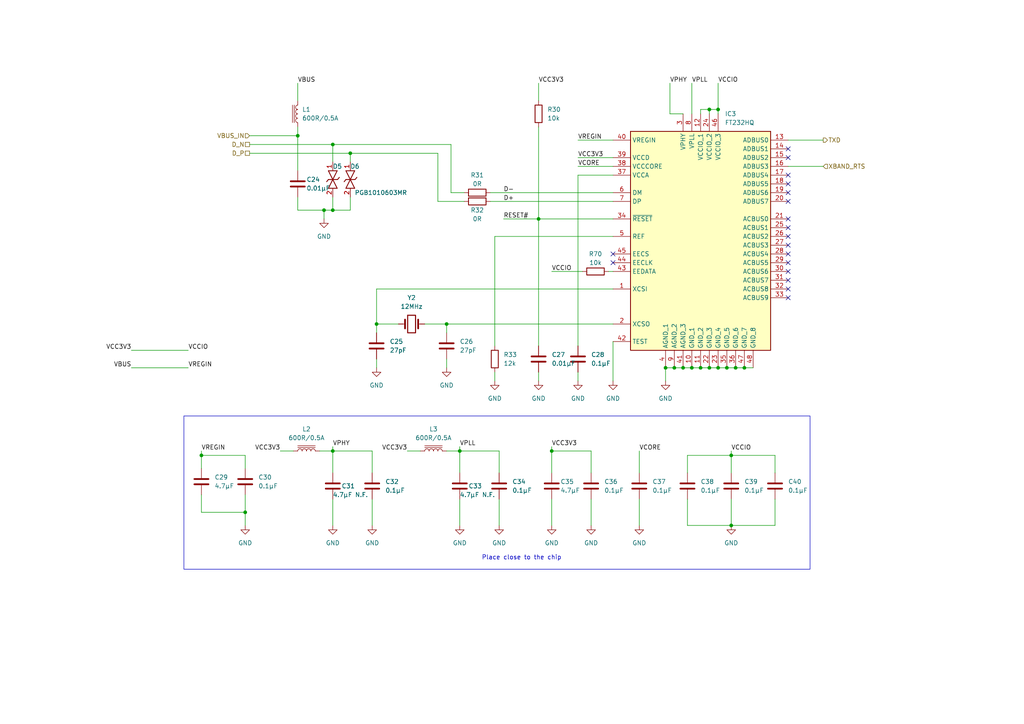
<source format=kicad_sch>
(kicad_sch (version 20230121) (generator eeschema)
  (paper "A4")
  (title_block (title "VERTECS CCB - FTDI Implementation") (date "2024-09-11") (rev "1.4") (company "Kyushu Institute of Technology") (comment 1 "https://ftdichip.com/wp-content/uploads/2020/07/DS_FT232H.pdf") (comment 2 "Reference Implementation:"))
  (lib_symbols
    (symbol "Device:C" (pin_numbers hide) (pin_names (offset 0.254))
      (property "Reference" "C" (at 0.635 2.54 0))
      (property "Value" "C" (at 0.635 -2.54 0))
      (symbol "C_0_1"
        (polyline (pts (xy -2.032 -0.762) (xy 2.032 -0.762)) (stroke (width 0.508)))
        (polyline (pts (xy -2.032 0.762) (xy 2.032 0.762)) (stroke (width 0.508)))
      )
      (symbol "C_1_1"
        (pin passive line (at 0 3.81 270) (length 2.794) (name "~") (number "1"))
        (pin passive line (at 0 -3.81 90) (length 2.794) (name "~") (number "2"))
      )
    )
    (symbol "Device:Crystal" (pin_numbers hide) (pin_names (offset 1.016) hide)
      (property "Reference" "Y" (at 0 3.81 0))
      (property "Value" "Crystal" (at 0 -3.81 0))
      (symbol "Crystal_0_1"
        (rectangle (start -1.143 2.54) (end 1.143 -2.54) (stroke (width 0.3048)))
        (polyline (pts (xy -2.54 0) (xy -1.905 0)))
        (polyline (pts (xy -1.905 -1.27) (xy -1.905 1.27)) (stroke (width 0.508)))
        (polyline (pts (xy 1.905 -1.27) (xy 1.905 1.27)) (stroke (width 0.508)))
        (polyline (pts (xy 2.54 0) (xy 1.905 0)))
      )
      (symbol "Crystal_1_1"
        (pin passive line (at -3.81 0 0) (length 1.27) (name "1") (number "1"))
        (pin passive line (at 3.81 0 180) (length 1.27) (name "2") (number "2"))
      )
    )
    (symbol "Device:L_Iron" (pin_numbers hide) (pin_names (offset 1.016) hide)
      (property "Reference" "L" (at -1.27 0 90))
      (property "Value" "L_Iron" (at 2.794 0 90))
      (symbol "L_Iron_0_1"
        (arc (start 0 -2.54) (mid 0.6323 -1.905) (end 0 -1.27))
        (arc (start 0 -1.27) (mid 0.6323 -0.635) (end 0 0))
        (polyline (pts (xy 1.016 2.54) (xy 1.016 -2.54)))
        (polyline (pts (xy 1.524 -2.54) (xy 1.524 2.54)))
        (arc (start 0 0) (mid 0.6323 0.635) (end 0 1.27))
        (arc (start 0 1.27) (mid 0.6323 1.905) (end 0 2.54))
      )
      (symbol "L_Iron_1_1"
        (pin passive line (at 0 3.81 270) (length 1.27) (name "1") (number "1"))
        (pin passive line (at 0 -3.81 90) (length 1.27) (name "2") (number "2"))
      )
    )
    (symbol "Device:R" (pin_numbers hide) (pin_names (offset 0))
      (property "Reference" "R" (at 2.032 0 90))
      (property "Value" "R" (at 0 0 90))
      (symbol "R_0_1"
        (rectangle (start -1.016 -2.54) (end 1.016 2.54) (stroke (width 0.254)))
      )
      (symbol "R_1_1"
        (pin passive line (at 0 3.81 270) (length 1.27) (name "~") (number "1"))
        (pin passive line (at 0 -3.81 90) (length 1.27) (name "~") (number "2"))
      )
    )
    (symbol "VERTECS_CCB_Library:FT232HQ"
      (property "Reference" "IC" (at -19.05 35.56 0))
      (property "Value" "FT232HQ" (at -19.05 33.02 0))
      (symbol "FT232HQ_1_1"
        (rectangle (start -20.32 29.21) (end 20.32 -34.29) (stroke (width 0.254)) (fill (type background)))
        (pin passive line (at -25.4 -16.51 0) (length 5.08) (name "XCSI") (number "1"))
        (pin passive line (at -2.54 -39.37 90) (length 5.08) (name "GND_1") (number "10"))
        (pin passive line (at 0 -39.37 90) (length 5.08) (name "GND_2") (number "11"))
        (pin passive line (at 0 34.29 270) (length 5.08) (name "VCCIO_1") (number "12"))
        (pin passive line (at 25.4 26.67 180) (length 5.08) (name "ADBUS0") (number "13"))
        (pin passive line (at 25.4 24.13 180) (length 5.08) (name "ADBUS1") (number "14"))
        (pin passive line (at 25.4 21.59 180) (length 5.08) (name "ADBUS2") (number "15"))
        (pin passive line (at 25.4 19.05 180) (length 5.08) (name "ADBUS3") (number "16"))
        (pin passive line (at 25.4 16.51 180) (length 5.08) (name "ADBUS4") (number "17"))
        (pin passive line (at 25.4 13.97 180) (length 5.08) (name "ADBUS5") (number "18"))
        (pin passive line (at 25.4 11.43 180) (length 5.08) (name "ADBUS6") (number "19"))
        (pin passive line (at -25.4 -26.67 0) (length 5.08) (name "XCSO") (number "2"))
        (pin passive line (at 25.4 8.89 180) (length 5.08) (name "ADBUS7") (number "20"))
        (pin passive line (at 25.4 3.81 180) (length 5.08) (name "ACBUS0") (number "21"))
        (pin passive line (at 2.54 -39.37 90) (length 5.08) (name "GND_3") (number "22"))
        (pin passive line (at 5.08 -39.37 90) (length 5.08) (name "GND_4") (number "23"))
        (pin passive line (at 2.54 34.29 270) (length 5.08) (name "VCCIO_2") (number "24"))
        (pin passive line (at 25.4 1.27 180) (length 5.08) (name "ACBUS1") (number "25"))
        (pin passive line (at 25.4 -1.27 180) (length 5.08) (name "ACBUS2") (number "26"))
        (pin passive line (at 25.4 -3.81 180) (length 5.08) (name "ACBUS3") (number "27"))
        (pin passive line (at 25.4 -6.35 180) (length 5.08) (name "ACBUS4") (number "28"))
        (pin passive line (at 25.4 -8.89 180) (length 5.08) (name "ACBUS5") (number "29"))
        (pin passive line (at -5.08 34.29 270) (length 5.08) (name "VPHY") (number "3"))
        (pin passive line (at 25.4 -11.43 180) (length 5.08) (name "ACBUS6") (number "30"))
        (pin passive line (at 25.4 -13.97 180) (length 5.08) (name "ACBUS7") (number "31"))
        (pin passive line (at 25.4 -16.51 180) (length 5.08) (name "ACBUS8") (number "32"))
        (pin passive line (at 25.4 -19.05 180) (length 5.08) (name "ACBUS9") (number "33"))
        (pin passive line (at -25.4 3.81 0) (length 5.08) (name "~{RESET}") (number "34"))
        (pin passive line (at 7.62 -39.37 90) (length 5.08) (name "GND_5") (number "35"))
        (pin passive line (at 10.16 -39.37 90) (length 5.08) (name "GND_6") (number "36"))
        (pin passive line (at -25.4 16.51 0) (length 5.08) (name "VCCA") (number "37"))
        (pin passive line (at -25.4 19.05 0) (length 5.08) (name "VCCCORE") (number "38"))
        (pin passive line (at -25.4 21.59 0) (length 5.08) (name "VCCD") (number "39"))
        (pin passive line (at -10.16 -39.37 90) (length 5.08) (name "AGND_1") (number "4"))
        (pin passive line (at -25.4 26.67 0) (length 5.08) (name "VREGIN") (number "40"))
        (pin passive line (at -5.08 -39.37 90) (length 5.08) (name "AGND_3") (number "41"))
        (pin passive line (at -25.4 -31.75 0) (length 5.08) (name "TEST") (number "42"))
        (pin passive line (at -25.4 -11.43 0) (length 5.08) (name "EEDATA") (number "43"))
        (pin passive line (at -25.4 -8.89 0) (length 5.08) (name "EECLK") (number "44"))
        (pin passive line (at -25.4 -6.35 0) (length 5.08) (name "EECS") (number "45"))
        (pin passive line (at 5.08 34.29 270) (length 5.08) (name "VCCIO_3") (number "46"))
        (pin passive line (at 12.7 -39.37 90) (length 5.08) (name "GND_7") (number "47"))
        (pin passive line (at 15.24 -39.37 90) (length 5.08) (name "GND_8") (number "48"))
        (pin passive line (at -25.4 -1.27 0) (length 5.08) (name "REF") (number "5"))
        (pin passive line (at -25.4 11.43 0) (length 5.08) (name "DM") (number "6"))
        (pin passive line (at -25.4 8.89 0) (length 5.08) (name "DP") (number "7"))
        (pin passive line (at -2.54 34.29 270) (length 5.08) (name "VPLL") (number "8"))
        (pin passive line (at -7.62 -39.37 90) (length 5.08) (name "AGND_2") (number "9"))
      )
    )
    (symbol "VERTECS_CCB_Library:PGB1010603MR" (pin_names hide)
      (property "Reference" "D" (at 2.54 8.89 0))
      (property "Value" "PGB1010603MR" (at 2.54 6.35 0))
      (symbol "PGB1010603MR_1_1"
        (polyline (pts (xy 5.08 1.27) (xy 5.08 -1.27)) (stroke (width 0.254)))
        (polyline (pts (xy 5.08 1.27) (xy 7.62 0)) (stroke (width 0.254)))
        (polyline (pts (xy 6.985 1.905) (xy 7.62 1.397)) (stroke (width 0.254)))
        (polyline (pts (xy 7.62 -1.27) (xy 7.62 1.27)) (stroke (width 0.254)))
        (polyline (pts (xy 7.62 -1.27) (xy 8.255 -1.778)) (stroke (width 0.254)))
        (polyline (pts (xy 7.62 0) (xy 5.08 -1.27)) (stroke (width 0.254)))
        (polyline (pts (xy 7.62 0) (xy 10.16 -1.27)) (stroke (width 0.254)))
        (polyline (pts (xy 10.16 1.27) (xy 7.62 0)) (stroke (width 0.254)))
        (polyline (pts (xy 10.16 1.27) (xy 10.16 -1.27)) (stroke (width 0.254)))
        (pin passive line (at 2.52 0 0) (length 2.56) (name "1") (number "1"))
        (pin passive line (at 12.72 0 180) (length 2.56) (name "2") (number "2"))
      )
    )
    (symbol "power:GND" (power) (pin_names (offset 0))
      (property "Value" "GND" (at 0 -3.81 0))
      (symbol "GND_0_1"
        (polyline (pts (xy 0 0) (xy 0 -1.27) (xy 1.27 -1.27) (xy 0 -2.54) (xy -1.27 -1.27) (xy 0 -1.27)))
      )
      (symbol "GND_1_1"
        (pin power_in line (at 0 0 270) (length 0) hide (name "GND") (number "1"))
      )
    )
  )
  (junction (at 195.58 106.68))
  (junction (at 129.54 93.98))
  (junction (at 96.52 130.81))
  (junction (at 96.52 60.96))
  (junction (at 205.74 106.68))
  (junction (at 96.52 41.91))
  (junction (at 215.9 106.68))
  (junction (at 133.35 130.81))
  (junction (at 200.66 106.68))
  (junction (at 160.02 130.81))
  (junction (at 203.2 106.68))
  (junction (at 193.04 106.68))
  (junction (at 101.6 44.45))
  (junction (at 210.82 106.68))
  (junction (at 198.12 106.68))
  (junction (at 205.74 31.75))
  (junction (at 109.22 93.98))
  (junction (at 212.09 152.4))
  (junction (at 86.36 39.37))
  (junction (at 212.09 132.08))
  (junction (at 208.28 31.75))
  (junction (at 71.12 148.59))
  (junction (at 156.21 63.5))
  (junction (at 58.42 132.08))
  (junction (at 213.36 106.68))
  (junction (at 208.28 106.68))
  (junction (at 93.98 60.96))
  (no_connect (at 228.6 83.82))
  (no_connect (at 177.8 76.2))
  (no_connect (at 228.6 58.42))
  (no_connect (at 228.6 50.8))
  (no_connect (at 228.6 78.74))
  (no_connect (at 228.6 68.58))
  (no_connect (at 228.6 66.04))
  (no_connect (at 228.6 53.34))
  (no_connect (at 228.6 76.2))
  (no_connect (at 228.6 71.12))
  (no_connect (at 177.8 73.66))
  (no_connect (at 228.6 63.5))
  (no_connect (at 228.6 73.66))
  (no_connect (at 228.6 45.72))
  (no_connect (at 228.6 55.88))
  (no_connect (at 228.6 43.18))
  (no_connect (at 228.6 86.36))
  (no_connect (at 228.6 81.28))
  (wire (pts (xy 127 58.42) (xy 134.62 58.42)))
  (wire (pts (xy 167.64 48.26) (xy 177.8 48.26)))
  (wire (pts (xy 208.28 31.75) (xy 208.28 33.02)))
  (wire (pts (xy 185.42 130.81) (xy 185.42 137.16)))
  (wire (pts (xy 156.21 36.83) (xy 156.21 63.5)))
  (wire (pts (xy 156.21 107.95) (xy 156.21 110.49)))
  (wire (pts (xy 205.74 31.75) (xy 208.28 31.75)))
  (wire (pts (xy 71.12 148.59) (xy 71.12 152.4)))
  (wire (pts (xy 58.42 143.51) (xy 58.42 148.59)))
  (wire (pts (xy 160.02 129.54) (xy 160.02 130.81)))
  (wire (pts (xy 93.98 60.96) (xy 93.98 63.5)))
  (wire (pts (xy 58.42 132.08) (xy 58.42 135.89)))
  (wire (pts (xy 176.53 78.74) (xy 177.8 78.74)))
  (wire (pts (xy 212.09 152.4) (xy 224.79 152.4)))
  (wire (pts (xy 96.52 60.96) (xy 101.6 60.96)))
  (wire (pts (xy 107.95 130.81) (xy 107.95 137.16)))
  (wire (pts (xy 224.79 144.78) (xy 224.79 152.4)))
  (wire (pts (xy 123.19 93.98) (xy 129.54 93.98)))
  (wire (pts (xy 86.36 57.15) (xy 86.36 60.96)))
  (wire (pts (xy 86.36 60.96) (xy 93.98 60.96)))
  (wire (pts (xy 193.04 106.68) (xy 193.04 110.49)))
  (wire (pts (xy 212.09 132.08) (xy 224.79 132.08)))
  (wire (pts (xy 193.04 106.68) (xy 195.58 106.68)))
  (wire (pts (xy 38.1 106.68) (xy 54.61 106.68)))
  (wire (pts (xy 199.39 152.4) (xy 212.09 152.4)))
  (wire (pts (xy 212.09 130.81) (xy 212.09 132.08)))
  (wire (pts (xy 185.42 144.78) (xy 185.42 152.4)))
  (wire (pts (xy 160.02 144.78) (xy 160.02 152.4)))
  (wire (pts (xy 71.12 135.89) (xy 71.12 132.08)))
  (wire (pts (xy 228.6 40.64) (xy 238.76 40.64)))
  (wire (pts (xy 38.1 101.6) (xy 54.61 101.6)))
  (wire (pts (xy 224.79 132.08) (xy 224.79 137.16)))
  (wire (pts (xy 199.39 137.16) (xy 199.39 132.08)))
  (wire (pts (xy 133.35 129.54) (xy 133.35 130.81)))
  (wire (pts (xy 177.8 83.82) (xy 109.22 83.82)))
  (wire (pts (xy 160.02 78.74) (xy 168.91 78.74)))
  (wire (pts (xy 198.12 33.02) (xy 194.31 33.02)))
  (wire (pts (xy 156.21 24.13) (xy 156.21 29.21)))
  (wire (pts (xy 130.81 55.88) (xy 134.62 55.88)))
  (wire (pts (xy 133.35 130.81) (xy 144.78 130.81)))
  (wire (pts (xy 86.36 36.83) (xy 86.36 39.37)))
  (wire (pts (xy 58.42 148.59) (xy 71.12 148.59)))
  (wire (pts (xy 167.64 107.95) (xy 167.64 110.49)))
  (wire (pts (xy 203.2 106.68) (xy 205.74 106.68)))
  (wire (pts (xy 72.39 44.45) (xy 101.6 44.45)))
  (wire (pts (xy 93.98 60.96) (xy 96.52 60.96)))
  (wire (pts (xy 194.31 24.13) (xy 194.31 33.02)))
  (wire (pts (xy 96.52 129.54) (xy 96.52 130.81)))
  (wire (pts (xy 177.8 68.58) (xy 143.51 68.58)))
  (wire (pts (xy 160.02 130.81) (xy 171.45 130.81)))
  (wire (pts (xy 129.54 104.14) (xy 129.54 106.68)))
  (wire (pts (xy 177.8 50.8) (xy 167.64 50.8)))
  (wire (pts (xy 109.22 104.14) (xy 109.22 106.68)))
  (wire (pts (xy 177.8 99.06) (xy 177.8 110.49)))
  (wire (pts (xy 142.24 55.88) (xy 177.8 55.88)))
  (wire (pts (xy 160.02 130.81) (xy 160.02 137.16)))
  (wire (pts (xy 86.36 39.37) (xy 86.36 49.53)))
  (wire (pts (xy 212.09 132.08) (xy 212.09 137.16)))
  (wire (pts (xy 199.39 132.08) (xy 212.09 132.08)))
  (wire (pts (xy 133.35 130.81) (xy 133.35 137.16)))
  (wire (pts (xy 212.09 144.78) (xy 212.09 152.4)))
  (wire (pts (xy 200.66 106.68) (xy 203.2 106.68)))
  (wire (pts (xy 72.39 41.91) (xy 96.52 41.91)))
  (wire (pts (xy 109.22 83.82) (xy 109.22 93.98)))
  (wire (pts (xy 130.81 41.91) (xy 130.81 55.88)))
  (wire (pts (xy 144.78 130.81) (xy 144.78 137.16)))
  (wire (pts (xy 198.12 106.68) (xy 200.66 106.68)))
  (wire (pts (xy 208.28 106.68) (xy 210.82 106.68)))
  (wire (pts (xy 144.78 144.78) (xy 144.78 152.4)))
  (wire (pts (xy 81.28 130.81) (xy 85.09 130.81)))
  (wire (pts (xy 143.51 68.58) (xy 143.51 100.33)))
  (wire (pts (xy 129.54 93.98) (xy 129.54 96.52)))
  (wire (pts (xy 109.22 93.98) (xy 109.22 96.52)))
  (wire (pts (xy 171.45 144.78) (xy 171.45 152.4)))
  (wire (pts (xy 167.64 45.72) (xy 177.8 45.72)))
  (wire (pts (xy 96.52 41.91) (xy 130.81 41.91)))
  (wire (pts (xy 156.21 63.5) (xy 177.8 63.5)))
  (wire (pts (xy 213.36 106.68) (xy 215.9 106.68)))
  (wire (pts (xy 228.6 48.26) (xy 238.76 48.26)))
  (wire (pts (xy 101.6 57.17) (xy 101.6 60.96)))
  (wire (pts (xy 215.9 106.68) (xy 218.44 106.68)))
  (wire (pts (xy 167.64 50.8) (xy 167.64 100.33)))
  (wire (pts (xy 101.6 44.45) (xy 101.6 46.97)))
  (wire (pts (xy 208.28 24.13) (xy 208.28 31.75)))
  (wire (pts (xy 92.71 130.81) (xy 96.52 130.81)))
  (wire (pts (xy 156.21 63.5) (xy 156.21 100.33)))
  (wire (pts (xy 71.12 132.08) (xy 58.42 132.08)))
  (wire (pts (xy 205.74 106.68) (xy 208.28 106.68)))
  (wire (pts (xy 203.2 31.75) (xy 205.74 31.75)))
  (wire (pts (xy 58.42 130.81) (xy 58.42 132.08)))
  (wire (pts (xy 146.05 63.5) (xy 156.21 63.5)))
  (wire (pts (xy 129.54 93.98) (xy 177.8 93.98)))
  (wire (pts (xy 210.82 106.68) (xy 213.36 106.68)))
  (wire (pts (xy 167.64 40.64) (xy 177.8 40.64)))
  (wire (pts (xy 205.74 31.75) (xy 205.74 33.02)))
  (wire (pts (xy 96.52 144.78) (xy 96.52 152.4)))
  (wire (pts (xy 129.54 130.81) (xy 133.35 130.81)))
  (wire (pts (xy 142.24 58.42) (xy 177.8 58.42)))
  (wire (pts (xy 96.52 130.81) (xy 107.95 130.81)))
  (wire (pts (xy 96.52 41.91) (xy 96.52 46.97)))
  (wire (pts (xy 200.66 24.13) (xy 200.66 33.02)))
  (wire (pts (xy 203.2 31.75) (xy 203.2 33.02)))
  (wire (pts (xy 107.95 144.78) (xy 107.95 152.4)))
  (wire (pts (xy 118.11 130.81) (xy 121.92 130.81)))
  (wire (pts (xy 199.39 152.4) (xy 199.39 144.78)))
  (wire (pts (xy 195.58 106.68) (xy 198.12 106.68)))
  (wire (pts (xy 171.45 130.81) (xy 171.45 137.16)))
  (wire (pts (xy 101.6 44.45) (xy 127 44.45)))
  (wire (pts (xy 127 44.45) (xy 127 58.42)))
  (wire (pts (xy 143.51 107.95) (xy 143.51 110.49)))
  (wire (pts (xy 71.12 148.59) (xy 71.12 143.51)))
  (wire (pts (xy 72.39 39.37) (xy 86.36 39.37)))
  (wire (pts (xy 86.36 24.13) (xy 86.36 29.21)))
  (wire (pts (xy 96.52 130.81) (xy 96.52 137.16)))
  (wire (pts (xy 109.22 93.98) (xy 115.57 93.98)))
  (wire (pts (xy 133.35 144.78) (xy 133.35 152.4)))
  (wire (pts (xy 96.52 57.17) (xy 96.52 60.96)))
  (rectangle (start 53.34 120.65) (end 234.95 165.1))
  (text "Place close to the chip" (at 139.7 162.56 0) (effects (font (size 1.27 1.27)) (justify left bottom)))
  (label "VCC3V3" (at 167.64 45.72 0))
  (label "VBUS" (at 86.36 24.13 0))
  (label "VPHY" (at 194.31 24.13 0))
  (label "VCC3V3" (at 118.11 130.81 180))
  (label "VCC3V3" (at 156.21 24.13 0))
  (label "VREGIN" (at 58.42 130.81 0))
  (label "RESET#" (at 146.05 63.5 0))
  (label "VCC3V3" (at 160.02 129.54 0))
  (label "VCCIO" (at 54.61 101.6 0))
  (label "VREGIN" (at 167.64 40.64 0))
  (label "VCC3V3" (at 81.28 130.81 180))
  (label "VREGIN" (at 54.61 106.68 0))
  (label "D-" (at 146.05 55.88 0))
  (label "VBUS" (at 38.1 106.68 180))
  (label "VCORE" (at 167.64 48.26 0))
  (label "VCC3V3" (at 38.1 101.6 180))
  (label "D+" (at 146.05 58.42 0))
  (label "VCCIO" (at 160.02 78.74 0))
  (label "VCCIO" (at 212.09 130.81 0))
  (label "VPLL" (at 133.35 129.54 0))
  (label "VPHY" (at 96.52 129.54 0))
  (label "VPLL" (at 200.66 24.13 0))
  (label "VCCIO" (at 208.28 24.13 0))
  (label "VCORE" (at 185.42 130.81 0))
  (hierarchical_label "TXD" (shape output) (at 238.76 40.64 0))
  (hierarchical_label "D_N" (shape passive) (at 72.39 41.91 180))
  (hierarchical_label "XBAND_RTS" (shape input) (at 238.76 48.26 0))
  (hierarchical_label "D_P" (shape passive) (at 72.39 44.45 180))
  (hierarchical_label "VBUS_IN" (shape input) (at 72.39 39.37 180))
  (symbol (lib_id "Device:C") (at 160.02 140.97 0) (unit 1)
    (property "Reference" "C35" (at 162.56 139.7 0) (effects (justify left)))
    (property "Value" "4.7µF" (at 162.56 142.24 0) (effects (justify left)))
    (property "Footprint" "Resistor_SMD:R_0603_1608Metric" (effects hide))
    (property "Datasheet" "https://www.mouser.com/datasheet/2/281/1/GRM188C71A475KE11_01A-1985652.pdf" (effects hide))
    (property "Manufacturer_Name" "MURATA" (effects hide))
    (property "Manufacturer_Part_Number" "GRM188C71A475K" (effects hide))
    (property "Mouser Part Number" "81-GRM188C71A475KE1D" (effects hide))
    (property "Mouser Price/Stock" "https://www.mouser.com/ProductDetail/Murata-Electronics/GRM188C71A475KE11D?qs=ipkqEa07%2FjwaybY4i%2FmF1A%3D%3D" (effects hide))
  )
  (symbol (lib_id "power:GND") (at 143.51 110.49 0) (unit 1)
    (property "Reference" "#PWR053" (effects hide))
    (property "Value" "GND" (at 143.51 115.57 0))
  )
  (symbol (lib_id "Device:R") (at 138.43 55.88 90) (unit 1)
    (property "Reference" "R31" (at 138.43 50.8 90))
    (property "Value" "0R" (at 138.43 53.34 90))
    (property "Footprint" "Resistor_SMD:R_0402_1005Metric" (effects hide))
    (property "Manufacturer_Name" "KOA" (effects hide))
    (property "Manufacturer_Part_Number" "RK73Z1ETTP" (effects hide))
  )
  (symbol (lib_id "Device:C") (at 156.21 104.14 0) (unit 1)
    (property "Reference" "C27" (at 160.02 102.87 0) (effects (justify left)))
    (property "Value" "0.01µF" (at 160.02 105.41 0) (effects (justify left)))
    (property "Footprint" "Resistor_SMD:R_0402_1005Metric" (effects hide))
    (property "Manufacturer_Name" "MURATA" (effects hide))
    (property "Manufacturer_Part_Number" "GRM155B11E103K" (effects hide))
  )
  (symbol (lib_id "Device:C") (at 212.09 140.97 0) (unit 1)
    (property "Reference" "C39" (at 215.9 139.7 0) (effects (justify left)))
    (property "Value" "0.1µF" (at 215.9 142.24 0) (effects (justify left)))
    (property "Footprint" "Resistor_SMD:R_0402_1005Metric" (effects hide))
    (property "Manufacturer_Name" "MURATA" (effects hide))
    (property "Manufacturer_Part_Number" "GRM155B11A104K" (effects hide))
  )
  (symbol (lib_id "power:GND") (at 109.22 106.68 0) (unit 1)
    (property "Reference" "#PWR051" (effects hide))
    (property "Value" "GND" (at 109.22 111.76 0))
  )
  (symbol (lib_id "Device:C") (at 185.42 140.97 0) (unit 1)
    (property "Reference" "C37" (at 189.23 139.7 0) (effects (justify left)))
    (property "Value" "0.1µF" (at 189.23 142.24 0) (effects (justify left)))
    (property "Footprint" "Resistor_SMD:R_0402_1005Metric" (effects hide))
    (property "Manufacturer_Name" "MURATA" (effects hide))
    (property "Manufacturer_Part_Number" "GRM155B11A104K" (effects hide))
  )
  (symbol (lib_id "Device:C") (at 58.42 139.7 0) (unit 1)
    (property "Reference" "C29" (at 62.23 138.43 0) (effects (justify left)))
    (property "Value" "4.7µF" (at 62.23 140.97 0) (effects (justify left)))
    (property "Footprint" "Resistor_SMD:R_0603_1608Metric" (effects hide))
    (property "Datasheet" "https://www.mouser.com/datasheet/2/281/1/GRM188C71A475KE11_01A-1985652.pdf" (effects hide))
    (property "Manufacturer_Name" "MURATA" (effects hide))
    (property "Manufacturer_Part_Number" "GRM188C71A475K" (effects hide))
    (property "Mouser Part Number" "81-GRM188C71A475KE1D" (effects hide))
    (property "Mouser Price/Stock" "https://www.mouser.com/ProductDetail/Murata-Electronics/GRM188C71A475KE11D?qs=ipkqEa07%2FjwaybY4i%2FmF1A%3D%3D" (effects hide))
  )
  (symbol (lib_id "power:GND") (at 193.04 110.49 0) (unit 1)
    (property "Reference" "#PWR057" (effects hide))
    (property "Value" "GND" (at 193.04 115.57 0))
  )
  (symbol (lib_id "Device:L_Iron") (at 86.36 33.02 180) (unit 1)
    (property "Reference" "L1" (at 87.63 31.75 0) (effects (justify right)))
    (property "Value" "600R/0.5A" (at 87.63 34.29 0) (effects (justify right)))
    (property "Footprint" "Inductor_SMD:L_0603_1608Metric" (effects hide))
    (property "Datasheet" "https://www.mouser.com/datasheet/2/281/ENFA0003-1915778.pdf" (effects hide))
    (property "Manufacturer_Name" "MURATA" (effects hide))
    (property "Manufacturer_Part_Number" "BLM18AG601SN1D" (effects hide))
    (property "Mouser Part Number" "81-BLM11A601S" (effects hide))
    (property "Mouser Price/Stock" "https://www.mouser.com/ProductDetail/Murata-Electronics/BLM18AG601SN1D?qs=eh6oC%2F9l24oGGaJFkAJJAA%3D%3D" (effects hide))
  )
  (symbol (lib_id "Device:C") (at 133.35 140.97 0) (unit 1)
    (property "Reference" "C33" (at 135.89 140.97 0) (effects (justify left)))
    (property "Value" "4.7µF N.F." (at 133.35 143.51 0) (effects (justify left)))
    (property "Footprint" "Resistor_SMD:R_0603_1608Metric" (effects hide))
  )
  (symbol (lib_id "power:GND") (at 177.8 110.49 0) (unit 1)
    (property "Reference" "#PWR056" (effects hide))
    (property "Value" "GND" (at 177.8 115.57 0))
  )
  (symbol (lib_id "power:GND") (at 129.54 106.68 0) (unit 1)
    (property "Reference" "#PWR052" (effects hide))
    (property "Value" "GND" (at 129.54 111.76 0))
  )
  (symbol (lib_id "power:GND") (at 167.64 110.49 0) (unit 1)
    (property "Reference" "#PWR055" (effects hide))
    (property "Value" "GND" (at 167.64 115.57 0))
  )
  (symbol (lib_id "power:GND") (at 93.98 63.5 0) (unit 1)
    (property "Reference" "#PWR050" (effects hide))
    (property "Value" "GND" (at 93.98 68.58 0))
  )
  (symbol (lib_id "Device:L_Iron") (at 125.73 130.81 90) (unit 1)
    (property "Reference" "L3" (at 125.73 124.46 90))
    (property "Value" "600R/0.5A" (at 125.73 127 90))
    (property "Footprint" "Inductor_SMD:L_0603_1608Metric" (effects hide))
    (property "Datasheet" "https://www.mouser.com/datasheet/2/281/ENFA0003-1915778.pdf" (effects hide))
    (property "Manufacturer_Name" "MURATA" (effects hide))
    (property "Manufacturer_Part_Number" "BLM18AG601SN1D" (effects hide))
    (property "Mouser Part Number" "81-BLM11A601S" (effects hide))
    (property "Mouser Price/Stock" "https://www.mouser.com/ProductDetail/Murata-Electronics/BLM18AG601SN1D?qs=eh6oC%2F9l24oGGaJFkAJJAA%3D%3D" (effects hide))
  )
  (symbol (lib_id "power:GND") (at 96.52 152.4 0) (unit 1)
    (property "Reference" "#PWR059" (effects hide))
    (property "Value" "GND" (at 96.52 157.48 0))
  )
  (symbol (lib_id "power:GND") (at 144.78 152.4 0) (unit 1)
    (property "Reference" "#PWR062" (effects hide))
    (property "Value" "GND" (at 144.78 157.48 0))
  )
  (symbol (lib_id "Device:C") (at 224.79 140.97 0) (unit 1)
    (property "Reference" "C40" (at 228.6 139.7 0) (effects (justify left)))
    (property "Value" "0.1µF" (at 228.6 142.24 0) (effects (justify left)))
    (property "Footprint" "Resistor_SMD:R_0402_1005Metric" (effects hide))
    (property "Manufacturer_Name" "MURATA" (effects hide))
    (property "Manufacturer_Part_Number" "GRM155B11A104K" (effects hide))
  )
  (symbol (lib_id "Device:C") (at 167.64 104.14 0) (unit 1)
    (property "Reference" "C28" (at 171.45 102.87 0) (effects (justify left)))
    (property "Value" "0.1µF" (at 171.45 105.41 0) (effects (justify left)))
    (property "Footprint" "Resistor_SMD:R_0402_1005Metric" (effects hide))
    (property "Manufacturer_Name" "MURATA" (effects hide))
    (property "Manufacturer_Part_Number" "GRM155B11A104K" (effects hide))
  )
  (symbol (lib_id "Device:R") (at 143.51 104.14 0) (unit 1)
    (property "Reference" "R33" (at 146.05 102.87 0) (effects (justify left)))
    (property "Value" "12k" (at 146.05 105.41 0) (effects (justify left)))
    (property "Footprint" "Resistor_SMD:R_0402_1005Metric" (effects hide))
    (property "Manufacturer_Name" "KOA" (effects hide))
    (property "Manufacturer_Part_Number" "RK73H1ETTP1202F" (effects hide))
  )
  (symbol (lib_id "VERTECS_CCB_Library:PGB1010603MR") (at 101.6 44.45 270) (unit 1)
    (property "Reference" "D6" (at 101.6 48.26 90) (effects (justify left)))
    (property "Value" "PGB1010603MR" (effects hide))
    (property "Footprint" "Diode_SMD:D_0603_1608Metric" (effects hide))
    (property "Datasheet" "https://www.littelfuse.com/data/en/data_sheets/littelfuse_pulseguard-esd_pgb1.pdf" (effects hide))
    (property "Height" "0.36" (effects hide))
    (property "Mouser Part Number" "576-PGB1010603MR" (effects hide))
    (property "Mouser Price/Stock" "https://www.mouser.com/ProductDetail/Littelfuse/PGB1010603MR?qs=gu7KAQ731URLg4GSnNNN7Q%3D%3D" (effects hide))
    (property "Manufacturer_Name" "LITTELFUSE" (effects hide))
    (property "Manufacturer_Part_Number" "PGB1010603MR" (effects hide))
  )
  (symbol (lib_id "Device:L_Iron") (at 88.9 130.81 90) (unit 1)
    (property "Reference" "L2" (at 88.9 124.46 90))
    (property "Value" "600R/0.5A" (at 88.9 127 90))
    (property "Footprint" "Inductor_SMD:L_0603_1608Metric" (effects hide))
    (property "Datasheet" "https://www.mouser.com/datasheet/2/281/ENFA0003-1915778.pdf" (effects hide))
    (property "Manufacturer_Name" "MURATA" (effects hide))
    (property "Manufacturer_Part_Number" "BLM18AG601SN1D" (effects hide))
    (property "Mouser Part Number" "81-BLM11A601S" (effects hide))
    (property "Mouser Price/Stock" "https://www.mouser.com/ProductDetail/Murata-Electronics/BLM18AG601SN1D?qs=eh6oC%2F9l24oGGaJFkAJJAA%3D%3D" (effects hide))
  )
  (symbol (lib_id "power:GND") (at 107.95 152.4 0) (unit 1)
    (property "Reference" "#PWR060" (effects hide))
    (property "Value" "GND" (at 107.95 157.48 0))
  )
  (symbol (lib_id "power:GND") (at 171.45 152.4 0) (unit 1)
    (property "Reference" "#PWR064" (effects hide))
    (property "Value" "GND" (at 171.45 157.48 0))
  )
  (symbol (lib_id "Device:R") (at 172.72 78.74 90) (unit 1)
    (property "Reference" "R70" (at 172.72 73.66 90))
    (property "Value" "10k" (at 172.72 76.2 90))
    (property "Footprint" "Resistor_SMD:R_0402_1005Metric" (effects hide))
    (property "Manufacturer_Name" "KOA" (effects hide))
    (property "Manufacturer_Part_Number" "RK73H1ETTP1002F" (effects hide))
  )
  (symbol (lib_id "Device:C") (at 71.12 139.7 0) (unit 1)
    (property "Reference" "C30" (at 74.93 138.43 0) (effects (justify left)))
    (property "Value" "0.1µF" (at 74.93 140.97 0) (effects (justify left)))
    (property "Footprint" "Resistor_SMD:R_0402_1005Metric" (effects hide))
    (property "Manufacturer_Name" "MURATA" (effects hide))
    (property "Manufacturer_Part_Number" "GRM155B11A104K" (effects hide))
  )
  (symbol (lib_id "Device:C") (at 171.45 140.97 0) (unit 1)
    (property "Reference" "C36" (at 175.26 139.7 0) (effects (justify left)))
    (property "Value" "0.1µF" (at 175.26 142.24 0) (effects (justify left)))
    (property "Footprint" "Resistor_SMD:R_0402_1005Metric" (effects hide))
    (property "Manufacturer_Name" "MURATA" (effects hide))
    (property "Manufacturer_Part_Number" "GRM155B11A104K" (effects hide))
  )
  (symbol (lib_id "power:GND") (at 156.21 110.49 0) (unit 1)
    (property "Reference" "#PWR054" (effects hide))
    (property "Value" "GND" (at 156.21 115.57 0))
  )
  (symbol (lib_id "Device:R") (at 138.43 58.42 270) (unit 1)
    (property "Reference" "R32" (at 138.43 60.96 90))
    (property "Value" "0R" (at 138.43 63.5 90))
    (property "Footprint" "Resistor_SMD:R_0402_1005Metric" (effects hide))
    (property "Manufacturer_Name" "KOA" (effects hide))
    (property "Manufacturer_Part_Number" "RK73Z1ETTP" (effects hide))
  )
  (symbol (lib_id "power:GND") (at 185.42 152.4 0) (unit 1)
    (property "Reference" "#PWR065" (effects hide))
    (property "Value" "GND" (at 185.42 157.48 0))
  )
  (symbol (lib_id "Device:C") (at 144.78 140.97 0) (unit 1)
    (property "Reference" "C34" (at 148.59 139.7 0) (effects (justify left)))
    (property "Value" "0.1µF" (at 148.59 142.24 0) (effects (justify left)))
    (property "Footprint" "Resistor_SMD:R_0402_1005Metric" (effects hide))
    (property "Manufacturer_Name" "MURATA" (effects hide))
    (property "Manufacturer_Part_Number" "GRM155B11A104K" (effects hide))
  )
  (symbol (lib_id "VERTECS_CCB_Library:FT232HQ") (at 203.2 67.31 0) (unit 1)
    (property "Reference" "IC3" (at 210.2359 33.02 0) (effects (justify left)))
    (property "Value" "FT232HQ" (at 210.2359 35.56 0) (effects (justify left)))
    (property "Footprint" "Package_DFN_QFN:QFN-48-1EP_8x8mm_P0.5mm_EP6.2x6.2mm" (effects hide))
    (property "Datasheet" "http://www.ftdichip.com/Support/Documents/DataSheets/ICs/DS_FT232H.pdf" (effects hide))
    (property "Height" "1" (effects hide))
    (property "Mouser Part Number" "895-FT232HQ-REEL" (effects hide))
    (property "Mouser Price/Stock" "https://www.mouser.co.uk/ProductDetail/FTDI/FT232HQ-REEL?qs=rzPzygjq8vI7%2FlAoU8Mqdw%3D%3D" (effects hide))
    (property "Manufacturer_Name" "FTDI Chip" (effects hide))
    (property "Manufacturer_Part_Number" "FT232HQ-REEL" (effects hide))
  )
  (symbol (lib_id "power:GND") (at 133.35 152.4 0) (unit 1)
    (property "Reference" "#PWR061" (effects hide))
    (property "Value" "GND" (at 133.35 157.48 0))
  )
  (symbol (lib_id "VERTECS_CCB_Library:PGB1010603MR") (at 96.52 44.45 270) (unit 1)
    (property "Reference" "D5" (at 96.52 48.26 90) (effects (justify left)))
    (property "Value" "PGB1010603MR" (at 102.87 55.88 90) (effects (justify left)))
    (property "Footprint" "Diode_SMD:D_0603_1608Metric" (effects hide))
    (property "Datasheet" "https://www.littelfuse.com/data/en/data_sheets/littelfuse_pulseguard-esd_pgb1.pdf" (effects hide))
    (property "Height" "0.36" (effects hide))
    (property "Mouser Part Number" "576-PGB1010603MR" (effects hide))
    (property "Mouser Price/Stock" "https://www.mouser.com/ProductDetail/Littelfuse/PGB1010603MR?qs=gu7KAQ731URLg4GSnNNN7Q%3D%3D" (effects hide))
    (property "Manufacturer_Name" "LITTELFUSE" (effects hide))
    (property "Manufacturer_Part_Number" "PGB1010603MR" (effects hide))
  )
  (symbol (lib_id "power:GND") (at 160.02 152.4 0) (unit 1)
    (property "Reference" "#PWR063" (effects hide))
    (property "Value" "GND" (at 160.02 157.48 0))
  )
  (symbol (lib_id "Device:R") (at 156.21 33.02 0) (unit 1)
    (property "Reference" "R30" (at 158.75 31.75 0) (effects (justify left)))
    (property "Value" "10k" (at 158.75 34.29 0) (effects (justify left)))
    (property "Footprint" "Resistor_SMD:R_0402_1005Metric" (effects hide))
    (property "Manufacturer_Name" "KOA" (effects hide))
    (property "Manufacturer_Part_Number" "RK73H1ETTP1002F" (effects hide))
  )
  (symbol (lib_id "Device:C") (at 107.95 140.97 0) (unit 1)
    (property "Reference" "C32" (at 111.76 139.7 0) (effects (justify left)))
    (property "Value" "0.1µF" (at 111.76 142.24 0) (effects (justify left)))
    (property "Footprint" "Resistor_SMD:R_0402_1005Metric" (effects hide))
    (property "Manufacturer_Name" "MURATA" (effects hide))
    (property "Manufacturer_Part_Number" "GRM155B11A104K" (effects hide))
  )
  (symbol (lib_id "Device:Crystal") (at 119.38 93.98 0) (unit 1)
    (property "Reference" "Y2" (at 119.38 86.36 0))
    (property "Value" "12MHz" (at 119.38 88.9 0))
    (property "Footprint" "Crystal:Crystal_SMD_0603-2Pin_6.0x3.5mm" (effects hide))
    (property "Datasheet" "https://www.mouser.com/datasheet/2/122/ecx_64a_ecx_64cr-6514.pdf" (effects hide))
    (property "Manufacturer_Name" "ECS" (effects hide))
    (property "Manufacturer_Part_Number" "ECS-120-18-23A-EN-TR" (effects hide))
    (property "Mouser Part Number" "520-120-18-23A-EN" (effects hide))
    (property "Mouser Price/Stock" "https://www.mouser.com/ProductDetail/ECS/ECS-120-18-23A-EN-TR?qs=fnYUjNMxfVAsyxYhIr164A%3D%3D" (effects hide))
  )
  (symbol (lib_id "power:GND") (at 212.09 152.4 0) (unit 1)
    (property "Reference" "#PWR066" (effects hide))
    (property "Value" "GND" (at 212.09 157.48 0))
  )
  (symbol (lib_id "Device:C") (at 129.54 100.33 0) (unit 1)
    (property "Reference" "C26" (at 133.35 99.06 0) (effects (justify left)))
    (property "Value" "27pF" (at 133.35 101.6 0) (effects (justify left)))
    (property "Footprint" "Resistor_SMD:R_0402_1005Metric" (effects hide))
    (property "Manufacturer_Name" "MURATA" (effects hide))
    (property "Manufacturer_Part_Number" "GRM1552C1H270J" (effects hide))
  )
  (symbol (lib_id "Device:C") (at 96.52 140.97 0) (unit 1)
    (property "Reference" "C31" (at 99.06 140.97 0) (effects (justify left)))
    (property "Value" "4.7µF N.F." (at 96.52 143.51 0) (effects (justify left)))
    (property "Footprint" "Resistor_SMD:R_0603_1608Metric" (effects hide))
  )
  (symbol (lib_id "Device:C") (at 109.22 100.33 0) (unit 1)
    (property "Reference" "C25" (at 113.03 99.06 0) (effects (justify left)))
    (property "Value" "27pF" (at 113.03 101.6 0) (effects (justify left)))
    (property "Footprint" "Resistor_SMD:R_0402_1005Metric" (effects hide))
    (property "Manufacturer_Name" "MURATA" (effects hide))
    (property "Manufacturer_Part_Number" "GRM1552C1H270J" (effects hide))
  )
  (symbol (lib_id "power:GND") (at 71.12 152.4 0) (unit 1)
    (property "Reference" "#PWR058" (effects hide))
    (property "Value" "GND" (at 71.12 157.48 0))
  )
  (symbol (lib_id "Device:C") (at 86.36 53.34 0) (unit 1)
    (property "Reference" "C24" (at 88.9 52.07 0) (effects (justify left)))
    (property "Value" "0.01µF" (at 88.9 54.61 0) (effects (justify left)))
    (property "Footprint" "Resistor_SMD:R_0402_1005Metric" (effects hide))
    (property "Manufacturer_Name" "MURATA" (effects hide))
    (property "Manufacturer_Part_Number" "GRM155B11E103K" (effects hide))
  )
  (symbol (lib_id "Device:C") (at 199.39 140.97 0) (unit 1)
    (property "Reference" "C38" (at 203.2 139.7 0) (effects (justify left)))
    (property "Value" "0.1µF" (at 203.2 142.24 0) (effects (justify left)))
    (property "Footprint" "Resistor_SMD:R_0402_1005Metric" (effects hide))
    (property "Manufacturer_Name" "MURATA" (effects hide))
    (property "Manufacturer_Part_Number" "GRM155B11A104K" (effects hide))
  )
)
</source>
